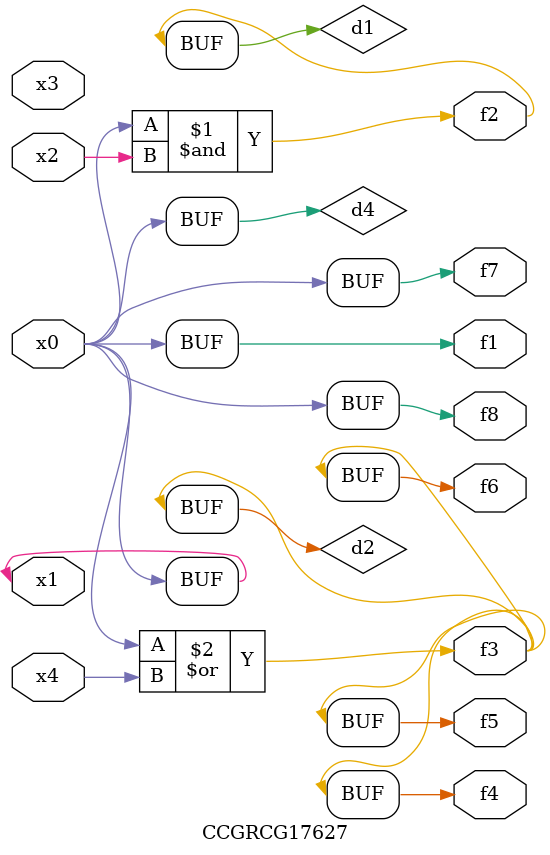
<source format=v>
module CCGRCG17627(
	input x0, x1, x2, x3, x4,
	output f1, f2, f3, f4, f5, f6, f7, f8
);

	wire d1, d2, d3, d4;

	and (d1, x0, x2);
	or (d2, x0, x4);
	nand (d3, x0, x2);
	buf (d4, x0, x1);
	assign f1 = d4;
	assign f2 = d1;
	assign f3 = d2;
	assign f4 = d2;
	assign f5 = d2;
	assign f6 = d2;
	assign f7 = d4;
	assign f8 = d4;
endmodule

</source>
